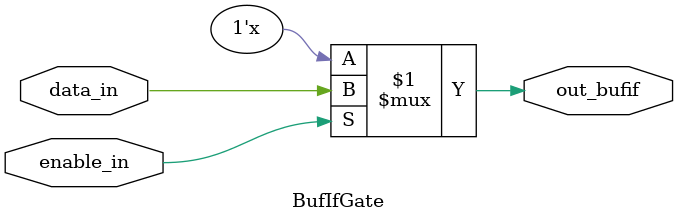
<source format=sv>
module BufIfGate (
    output wire out_bufif,
    input wire data_in,
    input wire enable_in
);
    bufif1 b1 (out_bufif, data_in, enable_in);
endmodule


</source>
